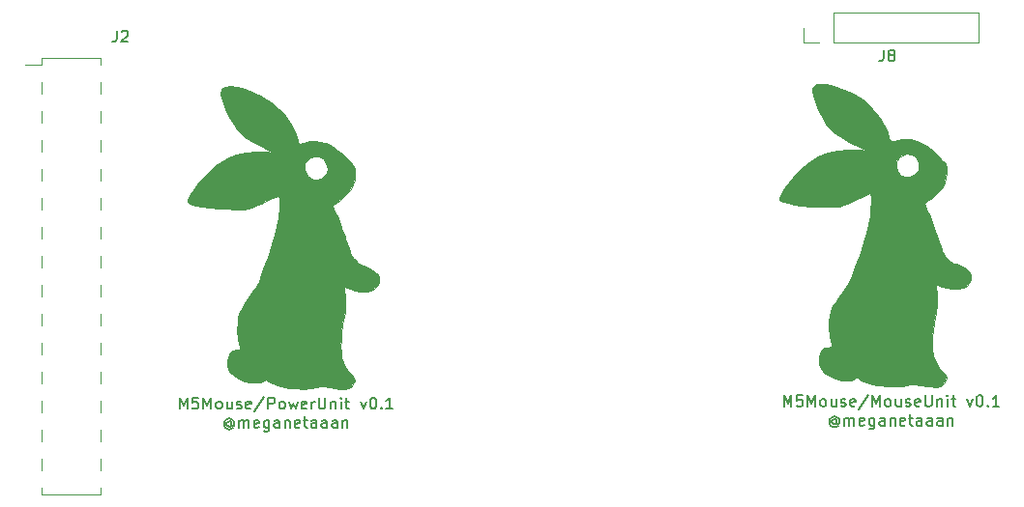
<source format=gto>
G04 #@! TF.GenerationSoftware,KiCad,Pcbnew,5.1.6-c6e7f7d~87~ubuntu18.04.1*
G04 #@! TF.CreationDate,2020-09-24T13:28:20+09:00*
G04 #@! TF.ProjectId,m5mouse,6d356d6f-7573-4652-9e6b-696361645f70,rev?*
G04 #@! TF.SameCoordinates,Original*
G04 #@! TF.FileFunction,Legend,Top*
G04 #@! TF.FilePolarity,Positive*
%FSLAX46Y46*%
G04 Gerber Fmt 4.6, Leading zero omitted, Abs format (unit mm)*
G04 Created by KiCad (PCBNEW 5.1.6-c6e7f7d~87~ubuntu18.04.1) date 2020-09-24 13:28:20*
%MOMM*%
%LPD*%
G01*
G04 APERTURE LIST*
%ADD10C,0.150000*%
%ADD11C,0.100000*%
%ADD12C,0.120000*%
G04 APERTURE END LIST*
D10*
X95690476Y-126627380D02*
X95690476Y-125627380D01*
X96023809Y-126341666D01*
X96357142Y-125627380D01*
X96357142Y-126627380D01*
X97309523Y-125627380D02*
X96833333Y-125627380D01*
X96785714Y-126103571D01*
X96833333Y-126055952D01*
X96928571Y-126008333D01*
X97166666Y-126008333D01*
X97261904Y-126055952D01*
X97309523Y-126103571D01*
X97357142Y-126198809D01*
X97357142Y-126436904D01*
X97309523Y-126532142D01*
X97261904Y-126579761D01*
X97166666Y-126627380D01*
X96928571Y-126627380D01*
X96833333Y-126579761D01*
X96785714Y-126532142D01*
X97785714Y-126627380D02*
X97785714Y-125627380D01*
X98119047Y-126341666D01*
X98452380Y-125627380D01*
X98452380Y-126627380D01*
X99071428Y-126627380D02*
X98976190Y-126579761D01*
X98928571Y-126532142D01*
X98880952Y-126436904D01*
X98880952Y-126151190D01*
X98928571Y-126055952D01*
X98976190Y-126008333D01*
X99071428Y-125960714D01*
X99214285Y-125960714D01*
X99309523Y-126008333D01*
X99357142Y-126055952D01*
X99404761Y-126151190D01*
X99404761Y-126436904D01*
X99357142Y-126532142D01*
X99309523Y-126579761D01*
X99214285Y-126627380D01*
X99071428Y-126627380D01*
X100261904Y-125960714D02*
X100261904Y-126627380D01*
X99833333Y-125960714D02*
X99833333Y-126484523D01*
X99880952Y-126579761D01*
X99976190Y-126627380D01*
X100119047Y-126627380D01*
X100214285Y-126579761D01*
X100261904Y-126532142D01*
X100690476Y-126579761D02*
X100785714Y-126627380D01*
X100976190Y-126627380D01*
X101071428Y-126579761D01*
X101119047Y-126484523D01*
X101119047Y-126436904D01*
X101071428Y-126341666D01*
X100976190Y-126294047D01*
X100833333Y-126294047D01*
X100738095Y-126246428D01*
X100690476Y-126151190D01*
X100690476Y-126103571D01*
X100738095Y-126008333D01*
X100833333Y-125960714D01*
X100976190Y-125960714D01*
X101071428Y-126008333D01*
X101928571Y-126579761D02*
X101833333Y-126627380D01*
X101642857Y-126627380D01*
X101547619Y-126579761D01*
X101500000Y-126484523D01*
X101500000Y-126103571D01*
X101547619Y-126008333D01*
X101642857Y-125960714D01*
X101833333Y-125960714D01*
X101928571Y-126008333D01*
X101976190Y-126103571D01*
X101976190Y-126198809D01*
X101500000Y-126294047D01*
X103119047Y-125579761D02*
X102261904Y-126865476D01*
X103452380Y-126627380D02*
X103452380Y-125627380D01*
X103833333Y-125627380D01*
X103928571Y-125675000D01*
X103976190Y-125722619D01*
X104023809Y-125817857D01*
X104023809Y-125960714D01*
X103976190Y-126055952D01*
X103928571Y-126103571D01*
X103833333Y-126151190D01*
X103452380Y-126151190D01*
X104595238Y-126627380D02*
X104500000Y-126579761D01*
X104452380Y-126532142D01*
X104404761Y-126436904D01*
X104404761Y-126151190D01*
X104452380Y-126055952D01*
X104500000Y-126008333D01*
X104595238Y-125960714D01*
X104738095Y-125960714D01*
X104833333Y-126008333D01*
X104880952Y-126055952D01*
X104928571Y-126151190D01*
X104928571Y-126436904D01*
X104880952Y-126532142D01*
X104833333Y-126579761D01*
X104738095Y-126627380D01*
X104595238Y-126627380D01*
X105261904Y-125960714D02*
X105452380Y-126627380D01*
X105642857Y-126151190D01*
X105833333Y-126627380D01*
X106023809Y-125960714D01*
X106785714Y-126579761D02*
X106690476Y-126627380D01*
X106500000Y-126627380D01*
X106404761Y-126579761D01*
X106357142Y-126484523D01*
X106357142Y-126103571D01*
X106404761Y-126008333D01*
X106500000Y-125960714D01*
X106690476Y-125960714D01*
X106785714Y-126008333D01*
X106833333Y-126103571D01*
X106833333Y-126198809D01*
X106357142Y-126294047D01*
X107261904Y-126627380D02*
X107261904Y-125960714D01*
X107261904Y-126151190D02*
X107309523Y-126055952D01*
X107357142Y-126008333D01*
X107452380Y-125960714D01*
X107547619Y-125960714D01*
X107880952Y-125627380D02*
X107880952Y-126436904D01*
X107928571Y-126532142D01*
X107976190Y-126579761D01*
X108071428Y-126627380D01*
X108261904Y-126627380D01*
X108357142Y-126579761D01*
X108404761Y-126532142D01*
X108452380Y-126436904D01*
X108452380Y-125627380D01*
X108928571Y-125960714D02*
X108928571Y-126627380D01*
X108928571Y-126055952D02*
X108976190Y-126008333D01*
X109071428Y-125960714D01*
X109214285Y-125960714D01*
X109309523Y-126008333D01*
X109357142Y-126103571D01*
X109357142Y-126627380D01*
X109833333Y-126627380D02*
X109833333Y-125960714D01*
X109833333Y-125627380D02*
X109785714Y-125675000D01*
X109833333Y-125722619D01*
X109880952Y-125675000D01*
X109833333Y-125627380D01*
X109833333Y-125722619D01*
X110166666Y-125960714D02*
X110547619Y-125960714D01*
X110309523Y-125627380D02*
X110309523Y-126484523D01*
X110357142Y-126579761D01*
X110452380Y-126627380D01*
X110547619Y-126627380D01*
X111547619Y-125960714D02*
X111785714Y-126627380D01*
X112023809Y-125960714D01*
X112595238Y-125627380D02*
X112690476Y-125627380D01*
X112785714Y-125675000D01*
X112833333Y-125722619D01*
X112880952Y-125817857D01*
X112928571Y-126008333D01*
X112928571Y-126246428D01*
X112880952Y-126436904D01*
X112833333Y-126532142D01*
X112785714Y-126579761D01*
X112690476Y-126627380D01*
X112595238Y-126627380D01*
X112500000Y-126579761D01*
X112452380Y-126532142D01*
X112404761Y-126436904D01*
X112357142Y-126246428D01*
X112357142Y-126008333D01*
X112404761Y-125817857D01*
X112452380Y-125722619D01*
X112500000Y-125675000D01*
X112595238Y-125627380D01*
X113357142Y-126532142D02*
X113404761Y-126579761D01*
X113357142Y-126627380D01*
X113309523Y-126579761D01*
X113357142Y-126532142D01*
X113357142Y-126627380D01*
X114357142Y-126627380D02*
X113785714Y-126627380D01*
X114071428Y-126627380D02*
X114071428Y-125627380D01*
X113976190Y-125770238D01*
X113880952Y-125865476D01*
X113785714Y-125913095D01*
X100238095Y-127801190D02*
X100190476Y-127753571D01*
X100095238Y-127705952D01*
X100000000Y-127705952D01*
X99904761Y-127753571D01*
X99857142Y-127801190D01*
X99809523Y-127896428D01*
X99809523Y-127991666D01*
X99857142Y-128086904D01*
X99904761Y-128134523D01*
X100000000Y-128182142D01*
X100095238Y-128182142D01*
X100190476Y-128134523D01*
X100238095Y-128086904D01*
X100238095Y-127705952D02*
X100238095Y-128086904D01*
X100285714Y-128134523D01*
X100333333Y-128134523D01*
X100428571Y-128086904D01*
X100476190Y-127991666D01*
X100476190Y-127753571D01*
X100380952Y-127610714D01*
X100238095Y-127515476D01*
X100047619Y-127467857D01*
X99857142Y-127515476D01*
X99714285Y-127610714D01*
X99619047Y-127753571D01*
X99571428Y-127944047D01*
X99619047Y-128134523D01*
X99714285Y-128277380D01*
X99857142Y-128372619D01*
X100047619Y-128420238D01*
X100238095Y-128372619D01*
X100380952Y-128277380D01*
X100904761Y-128277380D02*
X100904761Y-127610714D01*
X100904761Y-127705952D02*
X100952380Y-127658333D01*
X101047619Y-127610714D01*
X101190476Y-127610714D01*
X101285714Y-127658333D01*
X101333333Y-127753571D01*
X101333333Y-128277380D01*
X101333333Y-127753571D02*
X101380952Y-127658333D01*
X101476190Y-127610714D01*
X101619047Y-127610714D01*
X101714285Y-127658333D01*
X101761904Y-127753571D01*
X101761904Y-128277380D01*
X102619047Y-128229761D02*
X102523809Y-128277380D01*
X102333333Y-128277380D01*
X102238095Y-128229761D01*
X102190476Y-128134523D01*
X102190476Y-127753571D01*
X102238095Y-127658333D01*
X102333333Y-127610714D01*
X102523809Y-127610714D01*
X102619047Y-127658333D01*
X102666666Y-127753571D01*
X102666666Y-127848809D01*
X102190476Y-127944047D01*
X103523809Y-127610714D02*
X103523809Y-128420238D01*
X103476190Y-128515476D01*
X103428571Y-128563095D01*
X103333333Y-128610714D01*
X103190476Y-128610714D01*
X103095238Y-128563095D01*
X103523809Y-128229761D02*
X103428571Y-128277380D01*
X103238095Y-128277380D01*
X103142857Y-128229761D01*
X103095238Y-128182142D01*
X103047619Y-128086904D01*
X103047619Y-127801190D01*
X103095238Y-127705952D01*
X103142857Y-127658333D01*
X103238095Y-127610714D01*
X103428571Y-127610714D01*
X103523809Y-127658333D01*
X104428571Y-128277380D02*
X104428571Y-127753571D01*
X104380952Y-127658333D01*
X104285714Y-127610714D01*
X104095238Y-127610714D01*
X104000000Y-127658333D01*
X104428571Y-128229761D02*
X104333333Y-128277380D01*
X104095238Y-128277380D01*
X104000000Y-128229761D01*
X103952380Y-128134523D01*
X103952380Y-128039285D01*
X104000000Y-127944047D01*
X104095238Y-127896428D01*
X104333333Y-127896428D01*
X104428571Y-127848809D01*
X104904761Y-127610714D02*
X104904761Y-128277380D01*
X104904761Y-127705952D02*
X104952380Y-127658333D01*
X105047619Y-127610714D01*
X105190476Y-127610714D01*
X105285714Y-127658333D01*
X105333333Y-127753571D01*
X105333333Y-128277380D01*
X106190476Y-128229761D02*
X106095238Y-128277380D01*
X105904761Y-128277380D01*
X105809523Y-128229761D01*
X105761904Y-128134523D01*
X105761904Y-127753571D01*
X105809523Y-127658333D01*
X105904761Y-127610714D01*
X106095238Y-127610714D01*
X106190476Y-127658333D01*
X106238095Y-127753571D01*
X106238095Y-127848809D01*
X105761904Y-127944047D01*
X106523809Y-127610714D02*
X106904761Y-127610714D01*
X106666666Y-127277380D02*
X106666666Y-128134523D01*
X106714285Y-128229761D01*
X106809523Y-128277380D01*
X106904761Y-128277380D01*
X107666666Y-128277380D02*
X107666666Y-127753571D01*
X107619047Y-127658333D01*
X107523809Y-127610714D01*
X107333333Y-127610714D01*
X107238095Y-127658333D01*
X107666666Y-128229761D02*
X107571428Y-128277380D01*
X107333333Y-128277380D01*
X107238095Y-128229761D01*
X107190476Y-128134523D01*
X107190476Y-128039285D01*
X107238095Y-127944047D01*
X107333333Y-127896428D01*
X107571428Y-127896428D01*
X107666666Y-127848809D01*
X108571428Y-128277380D02*
X108571428Y-127753571D01*
X108523809Y-127658333D01*
X108428571Y-127610714D01*
X108238095Y-127610714D01*
X108142857Y-127658333D01*
X108571428Y-128229761D02*
X108476190Y-128277380D01*
X108238095Y-128277380D01*
X108142857Y-128229761D01*
X108095238Y-128134523D01*
X108095238Y-128039285D01*
X108142857Y-127944047D01*
X108238095Y-127896428D01*
X108476190Y-127896428D01*
X108571428Y-127848809D01*
X109476190Y-128277380D02*
X109476190Y-127753571D01*
X109428571Y-127658333D01*
X109333333Y-127610714D01*
X109142857Y-127610714D01*
X109047619Y-127658333D01*
X109476190Y-128229761D02*
X109380952Y-128277380D01*
X109142857Y-128277380D01*
X109047619Y-128229761D01*
X109000000Y-128134523D01*
X109000000Y-128039285D01*
X109047619Y-127944047D01*
X109142857Y-127896428D01*
X109380952Y-127896428D01*
X109476190Y-127848809D01*
X109952380Y-127610714D02*
X109952380Y-128277380D01*
X109952380Y-127705952D02*
X110000000Y-127658333D01*
X110095238Y-127610714D01*
X110238095Y-127610714D01*
X110333333Y-127658333D01*
X110380952Y-127753571D01*
X110380952Y-128277380D01*
X148595238Y-126427380D02*
X148595238Y-125427380D01*
X148928571Y-126141666D01*
X149261904Y-125427380D01*
X149261904Y-126427380D01*
X150214285Y-125427380D02*
X149738095Y-125427380D01*
X149690476Y-125903571D01*
X149738095Y-125855952D01*
X149833333Y-125808333D01*
X150071428Y-125808333D01*
X150166666Y-125855952D01*
X150214285Y-125903571D01*
X150261904Y-125998809D01*
X150261904Y-126236904D01*
X150214285Y-126332142D01*
X150166666Y-126379761D01*
X150071428Y-126427380D01*
X149833333Y-126427380D01*
X149738095Y-126379761D01*
X149690476Y-126332142D01*
X150690476Y-126427380D02*
X150690476Y-125427380D01*
X151023809Y-126141666D01*
X151357142Y-125427380D01*
X151357142Y-126427380D01*
X151976190Y-126427380D02*
X151880952Y-126379761D01*
X151833333Y-126332142D01*
X151785714Y-126236904D01*
X151785714Y-125951190D01*
X151833333Y-125855952D01*
X151880952Y-125808333D01*
X151976190Y-125760714D01*
X152119047Y-125760714D01*
X152214285Y-125808333D01*
X152261904Y-125855952D01*
X152309523Y-125951190D01*
X152309523Y-126236904D01*
X152261904Y-126332142D01*
X152214285Y-126379761D01*
X152119047Y-126427380D01*
X151976190Y-126427380D01*
X153166666Y-125760714D02*
X153166666Y-126427380D01*
X152738095Y-125760714D02*
X152738095Y-126284523D01*
X152785714Y-126379761D01*
X152880952Y-126427380D01*
X153023809Y-126427380D01*
X153119047Y-126379761D01*
X153166666Y-126332142D01*
X153595238Y-126379761D02*
X153690476Y-126427380D01*
X153880952Y-126427380D01*
X153976190Y-126379761D01*
X154023809Y-126284523D01*
X154023809Y-126236904D01*
X153976190Y-126141666D01*
X153880952Y-126094047D01*
X153738095Y-126094047D01*
X153642857Y-126046428D01*
X153595238Y-125951190D01*
X153595238Y-125903571D01*
X153642857Y-125808333D01*
X153738095Y-125760714D01*
X153880952Y-125760714D01*
X153976190Y-125808333D01*
X154833333Y-126379761D02*
X154738095Y-126427380D01*
X154547619Y-126427380D01*
X154452380Y-126379761D01*
X154404761Y-126284523D01*
X154404761Y-125903571D01*
X154452380Y-125808333D01*
X154547619Y-125760714D01*
X154738095Y-125760714D01*
X154833333Y-125808333D01*
X154880952Y-125903571D01*
X154880952Y-125998809D01*
X154404761Y-126094047D01*
X156023809Y-125379761D02*
X155166666Y-126665476D01*
X156357142Y-126427380D02*
X156357142Y-125427380D01*
X156690476Y-126141666D01*
X157023809Y-125427380D01*
X157023809Y-126427380D01*
X157642857Y-126427380D02*
X157547619Y-126379761D01*
X157500000Y-126332142D01*
X157452380Y-126236904D01*
X157452380Y-125951190D01*
X157500000Y-125855952D01*
X157547619Y-125808333D01*
X157642857Y-125760714D01*
X157785714Y-125760714D01*
X157880952Y-125808333D01*
X157928571Y-125855952D01*
X157976190Y-125951190D01*
X157976190Y-126236904D01*
X157928571Y-126332142D01*
X157880952Y-126379761D01*
X157785714Y-126427380D01*
X157642857Y-126427380D01*
X158833333Y-125760714D02*
X158833333Y-126427380D01*
X158404761Y-125760714D02*
X158404761Y-126284523D01*
X158452380Y-126379761D01*
X158547619Y-126427380D01*
X158690476Y-126427380D01*
X158785714Y-126379761D01*
X158833333Y-126332142D01*
X159261904Y-126379761D02*
X159357142Y-126427380D01*
X159547619Y-126427380D01*
X159642857Y-126379761D01*
X159690476Y-126284523D01*
X159690476Y-126236904D01*
X159642857Y-126141666D01*
X159547619Y-126094047D01*
X159404761Y-126094047D01*
X159309523Y-126046428D01*
X159261904Y-125951190D01*
X159261904Y-125903571D01*
X159309523Y-125808333D01*
X159404761Y-125760714D01*
X159547619Y-125760714D01*
X159642857Y-125808333D01*
X160500000Y-126379761D02*
X160404761Y-126427380D01*
X160214285Y-126427380D01*
X160119047Y-126379761D01*
X160071428Y-126284523D01*
X160071428Y-125903571D01*
X160119047Y-125808333D01*
X160214285Y-125760714D01*
X160404761Y-125760714D01*
X160500000Y-125808333D01*
X160547619Y-125903571D01*
X160547619Y-125998809D01*
X160071428Y-126094047D01*
X160976190Y-125427380D02*
X160976190Y-126236904D01*
X161023809Y-126332142D01*
X161071428Y-126379761D01*
X161166666Y-126427380D01*
X161357142Y-126427380D01*
X161452380Y-126379761D01*
X161500000Y-126332142D01*
X161547619Y-126236904D01*
X161547619Y-125427380D01*
X162023809Y-125760714D02*
X162023809Y-126427380D01*
X162023809Y-125855952D02*
X162071428Y-125808333D01*
X162166666Y-125760714D01*
X162309523Y-125760714D01*
X162404761Y-125808333D01*
X162452380Y-125903571D01*
X162452380Y-126427380D01*
X162928571Y-126427380D02*
X162928571Y-125760714D01*
X162928571Y-125427380D02*
X162880952Y-125475000D01*
X162928571Y-125522619D01*
X162976190Y-125475000D01*
X162928571Y-125427380D01*
X162928571Y-125522619D01*
X163261904Y-125760714D02*
X163642857Y-125760714D01*
X163404761Y-125427380D02*
X163404761Y-126284523D01*
X163452380Y-126379761D01*
X163547619Y-126427380D01*
X163642857Y-126427380D01*
X164642857Y-125760714D02*
X164880952Y-126427380D01*
X165119047Y-125760714D01*
X165690476Y-125427380D02*
X165785714Y-125427380D01*
X165880952Y-125475000D01*
X165928571Y-125522619D01*
X165976190Y-125617857D01*
X166023809Y-125808333D01*
X166023809Y-126046428D01*
X165976190Y-126236904D01*
X165928571Y-126332142D01*
X165880952Y-126379761D01*
X165785714Y-126427380D01*
X165690476Y-126427380D01*
X165595238Y-126379761D01*
X165547619Y-126332142D01*
X165500000Y-126236904D01*
X165452380Y-126046428D01*
X165452380Y-125808333D01*
X165500000Y-125617857D01*
X165547619Y-125522619D01*
X165595238Y-125475000D01*
X165690476Y-125427380D01*
X166452380Y-126332142D02*
X166500000Y-126379761D01*
X166452380Y-126427380D01*
X166404761Y-126379761D01*
X166452380Y-126332142D01*
X166452380Y-126427380D01*
X167452380Y-126427380D02*
X166880952Y-126427380D01*
X167166666Y-126427380D02*
X167166666Y-125427380D01*
X167071428Y-125570238D01*
X166976190Y-125665476D01*
X166880952Y-125713095D01*
X153238095Y-127601190D02*
X153190476Y-127553571D01*
X153095238Y-127505952D01*
X153000000Y-127505952D01*
X152904761Y-127553571D01*
X152857142Y-127601190D01*
X152809523Y-127696428D01*
X152809523Y-127791666D01*
X152857142Y-127886904D01*
X152904761Y-127934523D01*
X153000000Y-127982142D01*
X153095238Y-127982142D01*
X153190476Y-127934523D01*
X153238095Y-127886904D01*
X153238095Y-127505952D02*
X153238095Y-127886904D01*
X153285714Y-127934523D01*
X153333333Y-127934523D01*
X153428571Y-127886904D01*
X153476190Y-127791666D01*
X153476190Y-127553571D01*
X153380952Y-127410714D01*
X153238095Y-127315476D01*
X153047619Y-127267857D01*
X152857142Y-127315476D01*
X152714285Y-127410714D01*
X152619047Y-127553571D01*
X152571428Y-127744047D01*
X152619047Y-127934523D01*
X152714285Y-128077380D01*
X152857142Y-128172619D01*
X153047619Y-128220238D01*
X153238095Y-128172619D01*
X153380952Y-128077380D01*
X153904761Y-128077380D02*
X153904761Y-127410714D01*
X153904761Y-127505952D02*
X153952380Y-127458333D01*
X154047619Y-127410714D01*
X154190476Y-127410714D01*
X154285714Y-127458333D01*
X154333333Y-127553571D01*
X154333333Y-128077380D01*
X154333333Y-127553571D02*
X154380952Y-127458333D01*
X154476190Y-127410714D01*
X154619047Y-127410714D01*
X154714285Y-127458333D01*
X154761904Y-127553571D01*
X154761904Y-128077380D01*
X155619047Y-128029761D02*
X155523809Y-128077380D01*
X155333333Y-128077380D01*
X155238095Y-128029761D01*
X155190476Y-127934523D01*
X155190476Y-127553571D01*
X155238095Y-127458333D01*
X155333333Y-127410714D01*
X155523809Y-127410714D01*
X155619047Y-127458333D01*
X155666666Y-127553571D01*
X155666666Y-127648809D01*
X155190476Y-127744047D01*
X156523809Y-127410714D02*
X156523809Y-128220238D01*
X156476190Y-128315476D01*
X156428571Y-128363095D01*
X156333333Y-128410714D01*
X156190476Y-128410714D01*
X156095238Y-128363095D01*
X156523809Y-128029761D02*
X156428571Y-128077380D01*
X156238095Y-128077380D01*
X156142857Y-128029761D01*
X156095238Y-127982142D01*
X156047619Y-127886904D01*
X156047619Y-127601190D01*
X156095238Y-127505952D01*
X156142857Y-127458333D01*
X156238095Y-127410714D01*
X156428571Y-127410714D01*
X156523809Y-127458333D01*
X157428571Y-128077380D02*
X157428571Y-127553571D01*
X157380952Y-127458333D01*
X157285714Y-127410714D01*
X157095238Y-127410714D01*
X157000000Y-127458333D01*
X157428571Y-128029761D02*
X157333333Y-128077380D01*
X157095238Y-128077380D01*
X157000000Y-128029761D01*
X156952380Y-127934523D01*
X156952380Y-127839285D01*
X157000000Y-127744047D01*
X157095238Y-127696428D01*
X157333333Y-127696428D01*
X157428571Y-127648809D01*
X157904761Y-127410714D02*
X157904761Y-128077380D01*
X157904761Y-127505952D02*
X157952380Y-127458333D01*
X158047619Y-127410714D01*
X158190476Y-127410714D01*
X158285714Y-127458333D01*
X158333333Y-127553571D01*
X158333333Y-128077380D01*
X159190476Y-128029761D02*
X159095238Y-128077380D01*
X158904761Y-128077380D01*
X158809523Y-128029761D01*
X158761904Y-127934523D01*
X158761904Y-127553571D01*
X158809523Y-127458333D01*
X158904761Y-127410714D01*
X159095238Y-127410714D01*
X159190476Y-127458333D01*
X159238095Y-127553571D01*
X159238095Y-127648809D01*
X158761904Y-127744047D01*
X159523809Y-127410714D02*
X159904761Y-127410714D01*
X159666666Y-127077380D02*
X159666666Y-127934523D01*
X159714285Y-128029761D01*
X159809523Y-128077380D01*
X159904761Y-128077380D01*
X160666666Y-128077380D02*
X160666666Y-127553571D01*
X160619047Y-127458333D01*
X160523809Y-127410714D01*
X160333333Y-127410714D01*
X160238095Y-127458333D01*
X160666666Y-128029761D02*
X160571428Y-128077380D01*
X160333333Y-128077380D01*
X160238095Y-128029761D01*
X160190476Y-127934523D01*
X160190476Y-127839285D01*
X160238095Y-127744047D01*
X160333333Y-127696428D01*
X160571428Y-127696428D01*
X160666666Y-127648809D01*
X161571428Y-128077380D02*
X161571428Y-127553571D01*
X161523809Y-127458333D01*
X161428571Y-127410714D01*
X161238095Y-127410714D01*
X161142857Y-127458333D01*
X161571428Y-128029761D02*
X161476190Y-128077380D01*
X161238095Y-128077380D01*
X161142857Y-128029761D01*
X161095238Y-127934523D01*
X161095238Y-127839285D01*
X161142857Y-127744047D01*
X161238095Y-127696428D01*
X161476190Y-127696428D01*
X161571428Y-127648809D01*
X162476190Y-128077380D02*
X162476190Y-127553571D01*
X162428571Y-127458333D01*
X162333333Y-127410714D01*
X162142857Y-127410714D01*
X162047619Y-127458333D01*
X162476190Y-128029761D02*
X162380952Y-128077380D01*
X162142857Y-128077380D01*
X162047619Y-128029761D01*
X162000000Y-127934523D01*
X162000000Y-127839285D01*
X162047619Y-127744047D01*
X162142857Y-127696428D01*
X162380952Y-127696428D01*
X162476190Y-127648809D01*
X162952380Y-127410714D02*
X162952380Y-128077380D01*
X162952380Y-127505952D02*
X163000000Y-127458333D01*
X163095238Y-127410714D01*
X163238095Y-127410714D01*
X163333333Y-127458333D01*
X163380952Y-127553571D01*
X163380952Y-128077380D01*
D11*
G36*
X113158570Y-115432371D02*
G01*
X113040795Y-115762767D01*
X112810205Y-116042764D01*
X112481124Y-116233442D01*
X112459238Y-116240968D01*
X112059148Y-116314125D01*
X111573894Y-116314095D01*
X111068573Y-116245769D01*
X110608280Y-116114038D01*
X110570921Y-116099089D01*
X110118842Y-115912931D01*
X110174849Y-116910299D01*
X110195910Y-117400129D01*
X110192825Y-117787834D01*
X110161018Y-118139489D01*
X110095915Y-118521165D01*
X110047191Y-118754334D01*
X109946836Y-119313381D01*
X109871874Y-119926370D01*
X109824452Y-120550635D01*
X109806715Y-121143512D01*
X109820809Y-121662338D01*
X109868880Y-122064446D01*
X109878469Y-122109109D01*
X110102723Y-122746376D01*
X110469479Y-123307581D01*
X110719715Y-123576350D01*
X110962941Y-123856970D01*
X111053470Y-124099830D01*
X110993076Y-124336541D01*
X110783535Y-124598712D01*
X110777467Y-124604800D01*
X110594459Y-124770510D01*
X110427210Y-124856705D01*
X110206555Y-124888815D01*
X109994300Y-124892733D01*
X109662451Y-124874965D01*
X109249679Y-124828083D01*
X108839877Y-124761819D01*
X108801396Y-124754324D01*
X108634246Y-124723301D01*
X108634246Y-105569210D01*
X108599180Y-105224175D01*
X108453456Y-104905327D01*
X108200116Y-104648356D01*
X107882724Y-104499514D01*
X107528931Y-104481229D01*
X107177902Y-104597717D01*
X106875808Y-104820073D01*
X106668815Y-105119394D01*
X106614533Y-105293477D01*
X106625886Y-105651149D01*
X106768439Y-106002774D01*
X107013559Y-106286389D01*
X107102072Y-106348496D01*
X107426759Y-106492012D01*
X107744164Y-106498861D01*
X108045080Y-106404551D01*
X108360237Y-106195087D01*
X108555612Y-105904743D01*
X108634246Y-105569210D01*
X108634246Y-124723301D01*
X108443344Y-124687870D01*
X108189427Y-124659379D01*
X107978756Y-124668848D01*
X107750446Y-124716274D01*
X107610508Y-124754258D01*
X107103238Y-124847361D01*
X106493735Y-124881666D01*
X105838318Y-124857836D01*
X105193305Y-124776535D01*
X104927000Y-124722655D01*
X104290494Y-124560386D01*
X103800944Y-124400777D01*
X103466959Y-124246881D01*
X103350863Y-124164128D01*
X103235088Y-124084019D01*
X103118456Y-124099361D01*
X102969246Y-124187524D01*
X102664162Y-124303954D01*
X102259593Y-124341885D01*
X101804881Y-124303591D01*
X101349366Y-124191347D01*
X101124037Y-124102446D01*
X100665871Y-123871935D01*
X100340569Y-123653018D01*
X100115958Y-123419379D01*
X99963672Y-123153372D01*
X99869119Y-122892279D01*
X99847859Y-122653526D01*
X99887919Y-122360125D01*
X99995849Y-121932376D01*
X100141188Y-121649627D01*
X100345340Y-121488304D01*
X100629712Y-121424830D01*
X100740309Y-121421334D01*
X100922349Y-121406677D01*
X100976759Y-121338915D01*
X100958101Y-121230834D01*
X100809384Y-120474154D01*
X100748124Y-119664934D01*
X100756345Y-119213243D01*
X100809014Y-118725716D01*
X100918231Y-118278475D01*
X101099720Y-117835311D01*
X101369200Y-117360011D01*
X101742395Y-116816365D01*
X101874578Y-116637667D01*
X102098055Y-116340098D01*
X102268623Y-116107934D01*
X102401474Y-115910846D01*
X102511805Y-115718509D01*
X102614811Y-115500596D01*
X102725686Y-115226781D01*
X102859626Y-114866735D01*
X103031826Y-114390134D01*
X103111848Y-114168299D01*
X103476808Y-113129493D01*
X103785154Y-112191912D01*
X104032575Y-111369643D01*
X104214762Y-110676775D01*
X104299009Y-110287667D01*
X104340161Y-110003067D01*
X104373872Y-109639812D01*
X104398963Y-109235777D01*
X104414254Y-108828837D01*
X104418565Y-108456868D01*
X104410717Y-108157745D01*
X104389532Y-107969343D01*
X104372507Y-107927348D01*
X104283211Y-107944397D01*
X104073301Y-108024950D01*
X103773344Y-108156242D01*
X103413910Y-108325508D01*
X103383118Y-108340495D01*
X102811140Y-108615571D01*
X102351256Y-108821423D01*
X101965279Y-108966860D01*
X101615020Y-109060689D01*
X101262292Y-109111717D01*
X100868906Y-109128753D01*
X100396674Y-109120604D01*
X100058667Y-109107249D01*
X99152402Y-109056064D01*
X98359409Y-108986813D01*
X97688960Y-108901233D01*
X97150329Y-108801056D01*
X96752787Y-108688017D01*
X96505608Y-108563848D01*
X96418064Y-108430285D01*
X96418000Y-108426506D01*
X96477577Y-108171303D01*
X96644148Y-107827634D01*
X96899478Y-107421010D01*
X97225328Y-106976943D01*
X97603461Y-106520942D01*
X98015640Y-106078520D01*
X98278683Y-105823716D01*
X99054118Y-105178843D01*
X99829308Y-104691290D01*
X100629203Y-104350931D01*
X101478756Y-104147638D01*
X102402918Y-104071284D01*
X102598667Y-104070353D01*
X102980395Y-104081995D01*
X103358441Y-104108128D01*
X103636645Y-104141081D01*
X103864763Y-104175292D01*
X104000095Y-104189066D01*
X104017645Y-104185666D01*
X103938089Y-104141854D01*
X103735509Y-104037034D01*
X103438409Y-103885787D01*
X103075291Y-103702693D01*
X102979667Y-103654719D01*
X102334533Y-103323070D01*
X101822674Y-103038393D01*
X101420441Y-102784034D01*
X101104185Y-102543341D01*
X100850254Y-102299660D01*
X100634999Y-102036340D01*
X100588087Y-101970692D01*
X100260725Y-101458618D01*
X99963471Y-100911165D01*
X99707907Y-100358089D01*
X99505612Y-99829142D01*
X99368165Y-99354076D01*
X99307146Y-98962646D01*
X99323270Y-98720863D01*
X99459720Y-98495751D01*
X99724121Y-98363773D01*
X100103985Y-98323459D01*
X100586821Y-98373340D01*
X101160140Y-98511946D01*
X101811453Y-98737807D01*
X102528268Y-99049453D01*
X102661547Y-99113695D01*
X103177296Y-99380848D01*
X103586769Y-99632350D01*
X103944815Y-99904628D01*
X104210602Y-100142503D01*
X104739602Y-100701617D01*
X105204206Y-101310539D01*
X105583735Y-101935348D01*
X105857511Y-102542122D01*
X106002555Y-103081925D01*
X106078933Y-103268535D01*
X106245693Y-103352811D01*
X106521696Y-103338871D01*
X106826675Y-103261946D01*
X107139947Y-103177723D01*
X107391122Y-103147765D01*
X107664197Y-103167951D01*
X107908722Y-103208855D01*
X108467467Y-103347533D01*
X108966164Y-103557154D01*
X109447392Y-103861396D01*
X109953728Y-104283939D01*
X110115874Y-104436335D01*
X110411698Y-104730196D01*
X110670012Y-105004916D01*
X110860329Y-105226959D01*
X110945999Y-105349490D01*
X111045298Y-105685529D01*
X111063453Y-106108912D01*
X111003652Y-106560141D01*
X110869086Y-106979721D01*
X110857228Y-107005770D01*
X110589256Y-107453514D01*
X110219107Y-107902579D01*
X109800070Y-108294777D01*
X109459580Y-108531863D01*
X109239471Y-108658019D01*
X109090337Y-108743968D01*
X109053608Y-108765515D01*
X109078104Y-108842666D01*
X109161623Y-109040136D01*
X109290054Y-109325519D01*
X109406510Y-109575948D01*
X109571878Y-109953460D01*
X109765950Y-110437757D01*
X109967578Y-110973794D01*
X110155612Y-111506528D01*
X110205792Y-111656212D01*
X110360488Y-112115444D01*
X110507469Y-112535806D01*
X110634236Y-112882695D01*
X110728291Y-113121509D01*
X110760837Y-113192880D01*
X110889019Y-113376454D01*
X111086101Y-113592838D01*
X111310232Y-113803366D01*
X111519559Y-113969370D01*
X111672229Y-114052184D01*
X111694407Y-114055400D01*
X111872337Y-114100412D01*
X112136121Y-114216368D01*
X112434453Y-114374912D01*
X112716024Y-114547690D01*
X112929529Y-114706346D01*
X112998378Y-114776066D01*
X113149206Y-115090497D01*
X113158570Y-115432371D01*
G37*
X113158570Y-115432371D02*
X113040795Y-115762767D01*
X112810205Y-116042764D01*
X112481124Y-116233442D01*
X112459238Y-116240968D01*
X112059148Y-116314125D01*
X111573894Y-116314095D01*
X111068573Y-116245769D01*
X110608280Y-116114038D01*
X110570921Y-116099089D01*
X110118842Y-115912931D01*
X110174849Y-116910299D01*
X110195910Y-117400129D01*
X110192825Y-117787834D01*
X110161018Y-118139489D01*
X110095915Y-118521165D01*
X110047191Y-118754334D01*
X109946836Y-119313381D01*
X109871874Y-119926370D01*
X109824452Y-120550635D01*
X109806715Y-121143512D01*
X109820809Y-121662338D01*
X109868880Y-122064446D01*
X109878469Y-122109109D01*
X110102723Y-122746376D01*
X110469479Y-123307581D01*
X110719715Y-123576350D01*
X110962941Y-123856970D01*
X111053470Y-124099830D01*
X110993076Y-124336541D01*
X110783535Y-124598712D01*
X110777467Y-124604800D01*
X110594459Y-124770510D01*
X110427210Y-124856705D01*
X110206555Y-124888815D01*
X109994300Y-124892733D01*
X109662451Y-124874965D01*
X109249679Y-124828083D01*
X108839877Y-124761819D01*
X108801396Y-124754324D01*
X108634246Y-124723301D01*
X108634246Y-105569210D01*
X108599180Y-105224175D01*
X108453456Y-104905327D01*
X108200116Y-104648356D01*
X107882724Y-104499514D01*
X107528931Y-104481229D01*
X107177902Y-104597717D01*
X106875808Y-104820073D01*
X106668815Y-105119394D01*
X106614533Y-105293477D01*
X106625886Y-105651149D01*
X106768439Y-106002774D01*
X107013559Y-106286389D01*
X107102072Y-106348496D01*
X107426759Y-106492012D01*
X107744164Y-106498861D01*
X108045080Y-106404551D01*
X108360237Y-106195087D01*
X108555612Y-105904743D01*
X108634246Y-105569210D01*
X108634246Y-124723301D01*
X108443344Y-124687870D01*
X108189427Y-124659379D01*
X107978756Y-124668848D01*
X107750446Y-124716274D01*
X107610508Y-124754258D01*
X107103238Y-124847361D01*
X106493735Y-124881666D01*
X105838318Y-124857836D01*
X105193305Y-124776535D01*
X104927000Y-124722655D01*
X104290494Y-124560386D01*
X103800944Y-124400777D01*
X103466959Y-124246881D01*
X103350863Y-124164128D01*
X103235088Y-124084019D01*
X103118456Y-124099361D01*
X102969246Y-124187524D01*
X102664162Y-124303954D01*
X102259593Y-124341885D01*
X101804881Y-124303591D01*
X101349366Y-124191347D01*
X101124037Y-124102446D01*
X100665871Y-123871935D01*
X100340569Y-123653018D01*
X100115958Y-123419379D01*
X99963672Y-123153372D01*
X99869119Y-122892279D01*
X99847859Y-122653526D01*
X99887919Y-122360125D01*
X99995849Y-121932376D01*
X100141188Y-121649627D01*
X100345340Y-121488304D01*
X100629712Y-121424830D01*
X100740309Y-121421334D01*
X100922349Y-121406677D01*
X100976759Y-121338915D01*
X100958101Y-121230834D01*
X100809384Y-120474154D01*
X100748124Y-119664934D01*
X100756345Y-119213243D01*
X100809014Y-118725716D01*
X100918231Y-118278475D01*
X101099720Y-117835311D01*
X101369200Y-117360011D01*
X101742395Y-116816365D01*
X101874578Y-116637667D01*
X102098055Y-116340098D01*
X102268623Y-116107934D01*
X102401474Y-115910846D01*
X102511805Y-115718509D01*
X102614811Y-115500596D01*
X102725686Y-115226781D01*
X102859626Y-114866735D01*
X103031826Y-114390134D01*
X103111848Y-114168299D01*
X103476808Y-113129493D01*
X103785154Y-112191912D01*
X104032575Y-111369643D01*
X104214762Y-110676775D01*
X104299009Y-110287667D01*
X104340161Y-110003067D01*
X104373872Y-109639812D01*
X104398963Y-109235777D01*
X104414254Y-108828837D01*
X104418565Y-108456868D01*
X104410717Y-108157745D01*
X104389532Y-107969343D01*
X104372507Y-107927348D01*
X104283211Y-107944397D01*
X104073301Y-108024950D01*
X103773344Y-108156242D01*
X103413910Y-108325508D01*
X103383118Y-108340495D01*
X102811140Y-108615571D01*
X102351256Y-108821423D01*
X101965279Y-108966860D01*
X101615020Y-109060689D01*
X101262292Y-109111717D01*
X100868906Y-109128753D01*
X100396674Y-109120604D01*
X100058667Y-109107249D01*
X99152402Y-109056064D01*
X98359409Y-108986813D01*
X97688960Y-108901233D01*
X97150329Y-108801056D01*
X96752787Y-108688017D01*
X96505608Y-108563848D01*
X96418064Y-108430285D01*
X96418000Y-108426506D01*
X96477577Y-108171303D01*
X96644148Y-107827634D01*
X96899478Y-107421010D01*
X97225328Y-106976943D01*
X97603461Y-106520942D01*
X98015640Y-106078520D01*
X98278683Y-105823716D01*
X99054118Y-105178843D01*
X99829308Y-104691290D01*
X100629203Y-104350931D01*
X101478756Y-104147638D01*
X102402918Y-104071284D01*
X102598667Y-104070353D01*
X102980395Y-104081995D01*
X103358441Y-104108128D01*
X103636645Y-104141081D01*
X103864763Y-104175292D01*
X104000095Y-104189066D01*
X104017645Y-104185666D01*
X103938089Y-104141854D01*
X103735509Y-104037034D01*
X103438409Y-103885787D01*
X103075291Y-103702693D01*
X102979667Y-103654719D01*
X102334533Y-103323070D01*
X101822674Y-103038393D01*
X101420441Y-102784034D01*
X101104185Y-102543341D01*
X100850254Y-102299660D01*
X100634999Y-102036340D01*
X100588087Y-101970692D01*
X100260725Y-101458618D01*
X99963471Y-100911165D01*
X99707907Y-100358089D01*
X99505612Y-99829142D01*
X99368165Y-99354076D01*
X99307146Y-98962646D01*
X99323270Y-98720863D01*
X99459720Y-98495751D01*
X99724121Y-98363773D01*
X100103985Y-98323459D01*
X100586821Y-98373340D01*
X101160140Y-98511946D01*
X101811453Y-98737807D01*
X102528268Y-99049453D01*
X102661547Y-99113695D01*
X103177296Y-99380848D01*
X103586769Y-99632350D01*
X103944815Y-99904628D01*
X104210602Y-100142503D01*
X104739602Y-100701617D01*
X105204206Y-101310539D01*
X105583735Y-101935348D01*
X105857511Y-102542122D01*
X106002555Y-103081925D01*
X106078933Y-103268535D01*
X106245693Y-103352811D01*
X106521696Y-103338871D01*
X106826675Y-103261946D01*
X107139947Y-103177723D01*
X107391122Y-103147765D01*
X107664197Y-103167951D01*
X107908722Y-103208855D01*
X108467467Y-103347533D01*
X108966164Y-103557154D01*
X109447392Y-103861396D01*
X109953728Y-104283939D01*
X110115874Y-104436335D01*
X110411698Y-104730196D01*
X110670012Y-105004916D01*
X110860329Y-105226959D01*
X110945999Y-105349490D01*
X111045298Y-105685529D01*
X111063453Y-106108912D01*
X111003652Y-106560141D01*
X110869086Y-106979721D01*
X110857228Y-107005770D01*
X110589256Y-107453514D01*
X110219107Y-107902579D01*
X109800070Y-108294777D01*
X109459580Y-108531863D01*
X109239471Y-108658019D01*
X109090337Y-108743968D01*
X109053608Y-108765515D01*
X109078104Y-108842666D01*
X109161623Y-109040136D01*
X109290054Y-109325519D01*
X109406510Y-109575948D01*
X109571878Y-109953460D01*
X109765950Y-110437757D01*
X109967578Y-110973794D01*
X110155612Y-111506528D01*
X110205792Y-111656212D01*
X110360488Y-112115444D01*
X110507469Y-112535806D01*
X110634236Y-112882695D01*
X110728291Y-113121509D01*
X110760837Y-113192880D01*
X110889019Y-113376454D01*
X111086101Y-113592838D01*
X111310232Y-113803366D01*
X111519559Y-113969370D01*
X111672229Y-114052184D01*
X111694407Y-114055400D01*
X111872337Y-114100412D01*
X112136121Y-114216368D01*
X112434453Y-114374912D01*
X112716024Y-114547690D01*
X112929529Y-114706346D01*
X112998378Y-114776066D01*
X113149206Y-115090497D01*
X113158570Y-115432371D01*
G36*
X164958570Y-115232371D02*
G01*
X164840795Y-115562767D01*
X164610205Y-115842764D01*
X164281124Y-116033442D01*
X164259238Y-116040968D01*
X163859148Y-116114125D01*
X163373894Y-116114095D01*
X162868573Y-116045769D01*
X162408280Y-115914038D01*
X162370921Y-115899089D01*
X161918842Y-115712931D01*
X161974849Y-116710299D01*
X161995910Y-117200129D01*
X161992825Y-117587834D01*
X161961018Y-117939489D01*
X161895915Y-118321165D01*
X161847191Y-118554334D01*
X161746836Y-119113381D01*
X161671874Y-119726370D01*
X161624452Y-120350635D01*
X161606715Y-120943512D01*
X161620809Y-121462338D01*
X161668880Y-121864446D01*
X161678469Y-121909109D01*
X161902723Y-122546376D01*
X162269479Y-123107581D01*
X162519715Y-123376350D01*
X162762941Y-123656970D01*
X162853470Y-123899830D01*
X162793076Y-124136541D01*
X162583535Y-124398712D01*
X162577467Y-124404800D01*
X162394459Y-124570510D01*
X162227210Y-124656705D01*
X162006555Y-124688815D01*
X161794300Y-124692733D01*
X161462451Y-124674965D01*
X161049679Y-124628083D01*
X160639877Y-124561819D01*
X160601396Y-124554324D01*
X160434246Y-124523301D01*
X160434246Y-105369210D01*
X160399180Y-105024175D01*
X160253456Y-104705327D01*
X160000116Y-104448356D01*
X159682724Y-104299514D01*
X159328931Y-104281229D01*
X158977902Y-104397717D01*
X158675808Y-104620073D01*
X158468815Y-104919394D01*
X158414533Y-105093477D01*
X158425886Y-105451149D01*
X158568439Y-105802774D01*
X158813559Y-106086389D01*
X158902072Y-106148496D01*
X159226759Y-106292012D01*
X159544164Y-106298861D01*
X159845080Y-106204551D01*
X160160237Y-105995087D01*
X160355612Y-105704743D01*
X160434246Y-105369210D01*
X160434246Y-124523301D01*
X160243344Y-124487870D01*
X159989427Y-124459379D01*
X159778756Y-124468848D01*
X159550446Y-124516274D01*
X159410508Y-124554258D01*
X158903238Y-124647361D01*
X158293735Y-124681666D01*
X157638318Y-124657836D01*
X156993305Y-124576535D01*
X156727000Y-124522655D01*
X156090494Y-124360386D01*
X155600944Y-124200777D01*
X155266959Y-124046881D01*
X155150863Y-123964128D01*
X155035088Y-123884019D01*
X154918456Y-123899361D01*
X154769246Y-123987524D01*
X154464162Y-124103954D01*
X154059593Y-124141885D01*
X153604881Y-124103591D01*
X153149366Y-123991347D01*
X152924037Y-123902446D01*
X152465871Y-123671935D01*
X152140569Y-123453018D01*
X151915958Y-123219379D01*
X151763672Y-122953372D01*
X151669119Y-122692279D01*
X151647859Y-122453526D01*
X151687919Y-122160125D01*
X151795849Y-121732376D01*
X151941188Y-121449627D01*
X152145340Y-121288304D01*
X152429712Y-121224830D01*
X152540309Y-121221334D01*
X152722349Y-121206677D01*
X152776759Y-121138915D01*
X152758101Y-121030834D01*
X152609384Y-120274154D01*
X152548124Y-119464934D01*
X152556345Y-119013243D01*
X152609014Y-118525716D01*
X152718231Y-118078475D01*
X152899720Y-117635311D01*
X153169200Y-117160011D01*
X153542395Y-116616365D01*
X153674578Y-116437667D01*
X153898055Y-116140098D01*
X154068623Y-115907934D01*
X154201474Y-115710846D01*
X154311805Y-115518509D01*
X154414811Y-115300596D01*
X154525686Y-115026781D01*
X154659626Y-114666735D01*
X154831826Y-114190134D01*
X154911848Y-113968299D01*
X155276808Y-112929493D01*
X155585154Y-111991912D01*
X155832575Y-111169643D01*
X156014762Y-110476775D01*
X156099009Y-110087667D01*
X156140161Y-109803067D01*
X156173872Y-109439812D01*
X156198963Y-109035777D01*
X156214254Y-108628837D01*
X156218565Y-108256868D01*
X156210717Y-107957745D01*
X156189532Y-107769343D01*
X156172507Y-107727348D01*
X156083211Y-107744397D01*
X155873301Y-107824950D01*
X155573344Y-107956242D01*
X155213910Y-108125508D01*
X155183118Y-108140495D01*
X154611140Y-108415571D01*
X154151256Y-108621423D01*
X153765279Y-108766860D01*
X153415020Y-108860689D01*
X153062292Y-108911717D01*
X152668906Y-108928753D01*
X152196674Y-108920604D01*
X151858667Y-108907249D01*
X150952402Y-108856064D01*
X150159409Y-108786813D01*
X149488960Y-108701233D01*
X148950329Y-108601056D01*
X148552787Y-108488017D01*
X148305608Y-108363848D01*
X148218064Y-108230285D01*
X148218000Y-108226506D01*
X148277577Y-107971303D01*
X148444148Y-107627634D01*
X148699478Y-107221010D01*
X149025328Y-106776943D01*
X149403461Y-106320942D01*
X149815640Y-105878520D01*
X150078683Y-105623716D01*
X150854118Y-104978843D01*
X151629308Y-104491290D01*
X152429203Y-104150931D01*
X153278756Y-103947638D01*
X154202918Y-103871284D01*
X154398667Y-103870353D01*
X154780395Y-103881995D01*
X155158441Y-103908128D01*
X155436645Y-103941081D01*
X155664763Y-103975292D01*
X155800095Y-103989066D01*
X155817645Y-103985666D01*
X155738089Y-103941854D01*
X155535509Y-103837034D01*
X155238409Y-103685787D01*
X154875291Y-103502693D01*
X154779667Y-103454719D01*
X154134533Y-103123070D01*
X153622674Y-102838393D01*
X153220441Y-102584034D01*
X152904185Y-102343341D01*
X152650254Y-102099660D01*
X152434999Y-101836340D01*
X152388087Y-101770692D01*
X152060725Y-101258618D01*
X151763471Y-100711165D01*
X151507907Y-100158089D01*
X151305612Y-99629142D01*
X151168165Y-99154076D01*
X151107146Y-98762646D01*
X151123270Y-98520863D01*
X151259720Y-98295751D01*
X151524121Y-98163773D01*
X151903985Y-98123459D01*
X152386821Y-98173340D01*
X152960140Y-98311946D01*
X153611453Y-98537807D01*
X154328268Y-98849453D01*
X154461547Y-98913695D01*
X154977296Y-99180848D01*
X155386769Y-99432350D01*
X155744815Y-99704628D01*
X156010602Y-99942503D01*
X156539602Y-100501617D01*
X157004206Y-101110539D01*
X157383735Y-101735348D01*
X157657511Y-102342122D01*
X157802555Y-102881925D01*
X157878933Y-103068535D01*
X158045693Y-103152811D01*
X158321696Y-103138871D01*
X158626675Y-103061946D01*
X158939947Y-102977723D01*
X159191122Y-102947765D01*
X159464197Y-102967951D01*
X159708722Y-103008855D01*
X160267467Y-103147533D01*
X160766164Y-103357154D01*
X161247392Y-103661396D01*
X161753728Y-104083939D01*
X161915874Y-104236335D01*
X162211698Y-104530196D01*
X162470012Y-104804916D01*
X162660329Y-105026959D01*
X162745999Y-105149490D01*
X162845298Y-105485529D01*
X162863453Y-105908912D01*
X162803652Y-106360141D01*
X162669086Y-106779721D01*
X162657228Y-106805770D01*
X162389256Y-107253514D01*
X162019107Y-107702579D01*
X161600070Y-108094777D01*
X161259580Y-108331863D01*
X161039471Y-108458019D01*
X160890337Y-108543968D01*
X160853608Y-108565515D01*
X160878104Y-108642666D01*
X160961623Y-108840136D01*
X161090054Y-109125519D01*
X161206510Y-109375948D01*
X161371878Y-109753460D01*
X161565950Y-110237757D01*
X161767578Y-110773794D01*
X161955612Y-111306528D01*
X162005792Y-111456212D01*
X162160488Y-111915444D01*
X162307469Y-112335806D01*
X162434236Y-112682695D01*
X162528291Y-112921509D01*
X162560837Y-112992880D01*
X162689019Y-113176454D01*
X162886101Y-113392838D01*
X163110232Y-113603366D01*
X163319559Y-113769370D01*
X163472229Y-113852184D01*
X163494407Y-113855400D01*
X163672337Y-113900412D01*
X163936121Y-114016368D01*
X164234453Y-114174912D01*
X164516024Y-114347690D01*
X164729529Y-114506346D01*
X164798378Y-114576066D01*
X164949206Y-114890497D01*
X164958570Y-115232371D01*
G37*
X164958570Y-115232371D02*
X164840795Y-115562767D01*
X164610205Y-115842764D01*
X164281124Y-116033442D01*
X164259238Y-116040968D01*
X163859148Y-116114125D01*
X163373894Y-116114095D01*
X162868573Y-116045769D01*
X162408280Y-115914038D01*
X162370921Y-115899089D01*
X161918842Y-115712931D01*
X161974849Y-116710299D01*
X161995910Y-117200129D01*
X161992825Y-117587834D01*
X161961018Y-117939489D01*
X161895915Y-118321165D01*
X161847191Y-118554334D01*
X161746836Y-119113381D01*
X161671874Y-119726370D01*
X161624452Y-120350635D01*
X161606715Y-120943512D01*
X161620809Y-121462338D01*
X161668880Y-121864446D01*
X161678469Y-121909109D01*
X161902723Y-122546376D01*
X162269479Y-123107581D01*
X162519715Y-123376350D01*
X162762941Y-123656970D01*
X162853470Y-123899830D01*
X162793076Y-124136541D01*
X162583535Y-124398712D01*
X162577467Y-124404800D01*
X162394459Y-124570510D01*
X162227210Y-124656705D01*
X162006555Y-124688815D01*
X161794300Y-124692733D01*
X161462451Y-124674965D01*
X161049679Y-124628083D01*
X160639877Y-124561819D01*
X160601396Y-124554324D01*
X160434246Y-124523301D01*
X160434246Y-105369210D01*
X160399180Y-105024175D01*
X160253456Y-104705327D01*
X160000116Y-104448356D01*
X159682724Y-104299514D01*
X159328931Y-104281229D01*
X158977902Y-104397717D01*
X158675808Y-104620073D01*
X158468815Y-104919394D01*
X158414533Y-105093477D01*
X158425886Y-105451149D01*
X158568439Y-105802774D01*
X158813559Y-106086389D01*
X158902072Y-106148496D01*
X159226759Y-106292012D01*
X159544164Y-106298861D01*
X159845080Y-106204551D01*
X160160237Y-105995087D01*
X160355612Y-105704743D01*
X160434246Y-105369210D01*
X160434246Y-124523301D01*
X160243344Y-124487870D01*
X159989427Y-124459379D01*
X159778756Y-124468848D01*
X159550446Y-124516274D01*
X159410508Y-124554258D01*
X158903238Y-124647361D01*
X158293735Y-124681666D01*
X157638318Y-124657836D01*
X156993305Y-124576535D01*
X156727000Y-124522655D01*
X156090494Y-124360386D01*
X155600944Y-124200777D01*
X155266959Y-124046881D01*
X155150863Y-123964128D01*
X155035088Y-123884019D01*
X154918456Y-123899361D01*
X154769246Y-123987524D01*
X154464162Y-124103954D01*
X154059593Y-124141885D01*
X153604881Y-124103591D01*
X153149366Y-123991347D01*
X152924037Y-123902446D01*
X152465871Y-123671935D01*
X152140569Y-123453018D01*
X151915958Y-123219379D01*
X151763672Y-122953372D01*
X151669119Y-122692279D01*
X151647859Y-122453526D01*
X151687919Y-122160125D01*
X151795849Y-121732376D01*
X151941188Y-121449627D01*
X152145340Y-121288304D01*
X152429712Y-121224830D01*
X152540309Y-121221334D01*
X152722349Y-121206677D01*
X152776759Y-121138915D01*
X152758101Y-121030834D01*
X152609384Y-120274154D01*
X152548124Y-119464934D01*
X152556345Y-119013243D01*
X152609014Y-118525716D01*
X152718231Y-118078475D01*
X152899720Y-117635311D01*
X153169200Y-117160011D01*
X153542395Y-116616365D01*
X153674578Y-116437667D01*
X153898055Y-116140098D01*
X154068623Y-115907934D01*
X154201474Y-115710846D01*
X154311805Y-115518509D01*
X154414811Y-115300596D01*
X154525686Y-115026781D01*
X154659626Y-114666735D01*
X154831826Y-114190134D01*
X154911848Y-113968299D01*
X155276808Y-112929493D01*
X155585154Y-111991912D01*
X155832575Y-111169643D01*
X156014762Y-110476775D01*
X156099009Y-110087667D01*
X156140161Y-109803067D01*
X156173872Y-109439812D01*
X156198963Y-109035777D01*
X156214254Y-108628837D01*
X156218565Y-108256868D01*
X156210717Y-107957745D01*
X156189532Y-107769343D01*
X156172507Y-107727348D01*
X156083211Y-107744397D01*
X155873301Y-107824950D01*
X155573344Y-107956242D01*
X155213910Y-108125508D01*
X155183118Y-108140495D01*
X154611140Y-108415571D01*
X154151256Y-108621423D01*
X153765279Y-108766860D01*
X153415020Y-108860689D01*
X153062292Y-108911717D01*
X152668906Y-108928753D01*
X152196674Y-108920604D01*
X151858667Y-108907249D01*
X150952402Y-108856064D01*
X150159409Y-108786813D01*
X149488960Y-108701233D01*
X148950329Y-108601056D01*
X148552787Y-108488017D01*
X148305608Y-108363848D01*
X148218064Y-108230285D01*
X148218000Y-108226506D01*
X148277577Y-107971303D01*
X148444148Y-107627634D01*
X148699478Y-107221010D01*
X149025328Y-106776943D01*
X149403461Y-106320942D01*
X149815640Y-105878520D01*
X150078683Y-105623716D01*
X150854118Y-104978843D01*
X151629308Y-104491290D01*
X152429203Y-104150931D01*
X153278756Y-103947638D01*
X154202918Y-103871284D01*
X154398667Y-103870353D01*
X154780395Y-103881995D01*
X155158441Y-103908128D01*
X155436645Y-103941081D01*
X155664763Y-103975292D01*
X155800095Y-103989066D01*
X155817645Y-103985666D01*
X155738089Y-103941854D01*
X155535509Y-103837034D01*
X155238409Y-103685787D01*
X154875291Y-103502693D01*
X154779667Y-103454719D01*
X154134533Y-103123070D01*
X153622674Y-102838393D01*
X153220441Y-102584034D01*
X152904185Y-102343341D01*
X152650254Y-102099660D01*
X152434999Y-101836340D01*
X152388087Y-101770692D01*
X152060725Y-101258618D01*
X151763471Y-100711165D01*
X151507907Y-100158089D01*
X151305612Y-99629142D01*
X151168165Y-99154076D01*
X151107146Y-98762646D01*
X151123270Y-98520863D01*
X151259720Y-98295751D01*
X151524121Y-98163773D01*
X151903985Y-98123459D01*
X152386821Y-98173340D01*
X152960140Y-98311946D01*
X153611453Y-98537807D01*
X154328268Y-98849453D01*
X154461547Y-98913695D01*
X154977296Y-99180848D01*
X155386769Y-99432350D01*
X155744815Y-99704628D01*
X156010602Y-99942503D01*
X156539602Y-100501617D01*
X157004206Y-101110539D01*
X157383735Y-101735348D01*
X157657511Y-102342122D01*
X157802555Y-102881925D01*
X157878933Y-103068535D01*
X158045693Y-103152811D01*
X158321696Y-103138871D01*
X158626675Y-103061946D01*
X158939947Y-102977723D01*
X159191122Y-102947765D01*
X159464197Y-102967951D01*
X159708722Y-103008855D01*
X160267467Y-103147533D01*
X160766164Y-103357154D01*
X161247392Y-103661396D01*
X161753728Y-104083939D01*
X161915874Y-104236335D01*
X162211698Y-104530196D01*
X162470012Y-104804916D01*
X162660329Y-105026959D01*
X162745999Y-105149490D01*
X162845298Y-105485529D01*
X162863453Y-105908912D01*
X162803652Y-106360141D01*
X162669086Y-106779721D01*
X162657228Y-106805770D01*
X162389256Y-107253514D01*
X162019107Y-107702579D01*
X161600070Y-108094777D01*
X161259580Y-108331863D01*
X161039471Y-108458019D01*
X160890337Y-108543968D01*
X160853608Y-108565515D01*
X160878104Y-108642666D01*
X160961623Y-108840136D01*
X161090054Y-109125519D01*
X161206510Y-109375948D01*
X161371878Y-109753460D01*
X161565950Y-110237757D01*
X161767578Y-110773794D01*
X161955612Y-111306528D01*
X162005792Y-111456212D01*
X162160488Y-111915444D01*
X162307469Y-112335806D01*
X162434236Y-112682695D01*
X162528291Y-112921509D01*
X162560837Y-112992880D01*
X162689019Y-113176454D01*
X162886101Y-113392838D01*
X163110232Y-113603366D01*
X163319559Y-113769370D01*
X163472229Y-113852184D01*
X163494407Y-113855400D01*
X163672337Y-113900412D01*
X163936121Y-114016368D01*
X164234453Y-114174912D01*
X164516024Y-114347690D01*
X164729529Y-114506346D01*
X164798378Y-114576066D01*
X164949206Y-114890497D01*
X164958570Y-115232371D01*
D12*
X83600000Y-95890000D02*
X88800000Y-95890000D01*
X83600000Y-134110000D02*
X88800000Y-134110000D01*
X82160000Y-96460000D02*
X83600000Y-96460000D01*
X83600000Y-95890000D02*
X83600000Y-96460000D01*
X88800000Y-95890000D02*
X88800000Y-96460000D01*
X83600000Y-133540000D02*
X83600000Y-134110000D01*
X88800000Y-133540000D02*
X88800000Y-134110000D01*
X83600000Y-97980000D02*
X83600000Y-99000000D01*
X88800000Y-97980000D02*
X88800000Y-99000000D01*
X83600000Y-100520000D02*
X83600000Y-101540000D01*
X88800000Y-100520000D02*
X88800000Y-101540000D01*
X83600000Y-103060000D02*
X83600000Y-104080000D01*
X88800000Y-103060000D02*
X88800000Y-104080000D01*
X83600000Y-105600000D02*
X83600000Y-106620000D01*
X88800000Y-105600000D02*
X88800000Y-106620000D01*
X83600000Y-108140000D02*
X83600000Y-109160000D01*
X88800000Y-108140000D02*
X88800000Y-109160000D01*
X83600000Y-110680000D02*
X83600000Y-111700000D01*
X88800000Y-110680000D02*
X88800000Y-111700000D01*
X83600000Y-113220000D02*
X83600000Y-114240000D01*
X88800000Y-113220000D02*
X88800000Y-114240000D01*
X83600000Y-115760000D02*
X83600000Y-116780000D01*
X88800000Y-115760000D02*
X88800000Y-116780000D01*
X83600000Y-118300000D02*
X83600000Y-119320000D01*
X88800000Y-118300000D02*
X88800000Y-119320000D01*
X83600000Y-120840000D02*
X83600000Y-121860000D01*
X88800000Y-120840000D02*
X88800000Y-121860000D01*
X83600000Y-123380000D02*
X83600000Y-124400000D01*
X88800000Y-123380000D02*
X88800000Y-124400000D01*
X83600000Y-125920000D02*
X83600000Y-126940000D01*
X88800000Y-125920000D02*
X88800000Y-126940000D01*
X83600000Y-128460000D02*
X83600000Y-129480000D01*
X88800000Y-128460000D02*
X88800000Y-129480000D01*
X83600000Y-131000000D02*
X83600000Y-132020000D01*
X88800000Y-131000000D02*
X88800000Y-132020000D01*
X165680000Y-94530000D02*
X165680000Y-91870000D01*
X152920000Y-94530000D02*
X165680000Y-94530000D01*
X152920000Y-91870000D02*
X165680000Y-91870000D01*
X152920000Y-94530000D02*
X152920000Y-91870000D01*
X151650000Y-94530000D02*
X150320000Y-94530000D01*
X150320000Y-94530000D02*
X150320000Y-93200000D01*
D10*
X90166666Y-93452380D02*
X90166666Y-94166666D01*
X90119047Y-94309523D01*
X90023809Y-94404761D01*
X89880952Y-94452380D01*
X89785714Y-94452380D01*
X90595238Y-93547619D02*
X90642857Y-93500000D01*
X90738095Y-93452380D01*
X90976190Y-93452380D01*
X91071428Y-93500000D01*
X91119047Y-93547619D01*
X91166666Y-93642857D01*
X91166666Y-93738095D01*
X91119047Y-93880952D01*
X90547619Y-94452380D01*
X91166666Y-94452380D01*
X157316666Y-95152380D02*
X157316666Y-95866666D01*
X157269047Y-96009523D01*
X157173809Y-96104761D01*
X157030952Y-96152380D01*
X156935714Y-96152380D01*
X157935714Y-95580952D02*
X157840476Y-95533333D01*
X157792857Y-95485714D01*
X157745238Y-95390476D01*
X157745238Y-95342857D01*
X157792857Y-95247619D01*
X157840476Y-95200000D01*
X157935714Y-95152380D01*
X158126190Y-95152380D01*
X158221428Y-95200000D01*
X158269047Y-95247619D01*
X158316666Y-95342857D01*
X158316666Y-95390476D01*
X158269047Y-95485714D01*
X158221428Y-95533333D01*
X158126190Y-95580952D01*
X157935714Y-95580952D01*
X157840476Y-95628571D01*
X157792857Y-95676190D01*
X157745238Y-95771428D01*
X157745238Y-95961904D01*
X157792857Y-96057142D01*
X157840476Y-96104761D01*
X157935714Y-96152380D01*
X158126190Y-96152380D01*
X158221428Y-96104761D01*
X158269047Y-96057142D01*
X158316666Y-95961904D01*
X158316666Y-95771428D01*
X158269047Y-95676190D01*
X158221428Y-95628571D01*
X158126190Y-95580952D01*
M02*

</source>
